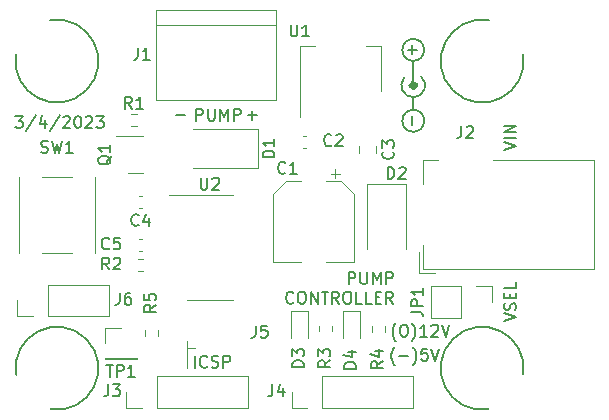
<source format=gbr>
%TF.GenerationSoftware,KiCad,Pcbnew,(7.0.0)*%
%TF.CreationDate,2023-03-04T14:16:48-06:00*%
%TF.ProjectId,pic16-pump-controller,70696331-362d-4707-956d-702d636f6e74,rev?*%
%TF.SameCoordinates,Original*%
%TF.FileFunction,Legend,Top*%
%TF.FilePolarity,Positive*%
%FSLAX46Y46*%
G04 Gerber Fmt 4.6, Leading zero omitted, Abs format (unit mm)*
G04 Created by KiCad (PCBNEW (7.0.0)) date 2023-03-04 14:16:48*
%MOMM*%
%LPD*%
G01*
G04 APERTURE LIST*
%ADD10C,0.150000*%
%ADD11C,0.120000*%
%ADD12C,0.500000*%
G04 APERTURE END LIST*
D10*
X110607409Y-112736133D02*
X110559790Y-112688514D01*
X110559790Y-112688514D02*
X110464552Y-112545657D01*
X110464552Y-112545657D02*
X110416933Y-112450419D01*
X110416933Y-112450419D02*
X110369314Y-112307561D01*
X110369314Y-112307561D02*
X110321695Y-112069466D01*
X110321695Y-112069466D02*
X110321695Y-111878990D01*
X110321695Y-111878990D02*
X110369314Y-111640895D01*
X110369314Y-111640895D02*
X110416933Y-111498038D01*
X110416933Y-111498038D02*
X110464552Y-111402800D01*
X110464552Y-111402800D02*
X110559790Y-111259942D01*
X110559790Y-111259942D02*
X110607409Y-111212323D01*
X110988362Y-111974228D02*
X111750267Y-111974228D01*
X112131219Y-112736133D02*
X112178838Y-112688514D01*
X112178838Y-112688514D02*
X112274076Y-112545657D01*
X112274076Y-112545657D02*
X112321695Y-112450419D01*
X112321695Y-112450419D02*
X112369314Y-112307561D01*
X112369314Y-112307561D02*
X112416933Y-112069466D01*
X112416933Y-112069466D02*
X112416933Y-111878990D01*
X112416933Y-111878990D02*
X112369314Y-111640895D01*
X112369314Y-111640895D02*
X112321695Y-111498038D01*
X112321695Y-111498038D02*
X112274076Y-111402800D01*
X112274076Y-111402800D02*
X112178838Y-111259942D01*
X112178838Y-111259942D02*
X112131219Y-111212323D01*
X113369314Y-111355180D02*
X112893124Y-111355180D01*
X112893124Y-111355180D02*
X112845505Y-111831371D01*
X112845505Y-111831371D02*
X112893124Y-111783752D01*
X112893124Y-111783752D02*
X112988362Y-111736133D01*
X112988362Y-111736133D02*
X113226457Y-111736133D01*
X113226457Y-111736133D02*
X113321695Y-111783752D01*
X113321695Y-111783752D02*
X113369314Y-111831371D01*
X113369314Y-111831371D02*
X113416933Y-111926609D01*
X113416933Y-111926609D02*
X113416933Y-112164704D01*
X113416933Y-112164704D02*
X113369314Y-112259942D01*
X113369314Y-112259942D02*
X113321695Y-112307561D01*
X113321695Y-112307561D02*
X113226457Y-112355180D01*
X113226457Y-112355180D02*
X112988362Y-112355180D01*
X112988362Y-112355180D02*
X112893124Y-112307561D01*
X112893124Y-112307561D02*
X112845505Y-112259942D01*
X113702648Y-111355180D02*
X114035981Y-112355180D01*
X114035981Y-112355180D02*
X114369314Y-111355180D01*
X110709009Y-110704133D02*
X110661390Y-110656514D01*
X110661390Y-110656514D02*
X110566152Y-110513657D01*
X110566152Y-110513657D02*
X110518533Y-110418419D01*
X110518533Y-110418419D02*
X110470914Y-110275561D01*
X110470914Y-110275561D02*
X110423295Y-110037466D01*
X110423295Y-110037466D02*
X110423295Y-109846990D01*
X110423295Y-109846990D02*
X110470914Y-109608895D01*
X110470914Y-109608895D02*
X110518533Y-109466038D01*
X110518533Y-109466038D02*
X110566152Y-109370800D01*
X110566152Y-109370800D02*
X110661390Y-109227942D01*
X110661390Y-109227942D02*
X110709009Y-109180323D01*
X111280438Y-109323180D02*
X111470914Y-109323180D01*
X111470914Y-109323180D02*
X111566152Y-109370800D01*
X111566152Y-109370800D02*
X111661390Y-109466038D01*
X111661390Y-109466038D02*
X111709009Y-109656514D01*
X111709009Y-109656514D02*
X111709009Y-109989847D01*
X111709009Y-109989847D02*
X111661390Y-110180323D01*
X111661390Y-110180323D02*
X111566152Y-110275561D01*
X111566152Y-110275561D02*
X111470914Y-110323180D01*
X111470914Y-110323180D02*
X111280438Y-110323180D01*
X111280438Y-110323180D02*
X111185200Y-110275561D01*
X111185200Y-110275561D02*
X111089962Y-110180323D01*
X111089962Y-110180323D02*
X111042343Y-109989847D01*
X111042343Y-109989847D02*
X111042343Y-109656514D01*
X111042343Y-109656514D02*
X111089962Y-109466038D01*
X111089962Y-109466038D02*
X111185200Y-109370800D01*
X111185200Y-109370800D02*
X111280438Y-109323180D01*
X112042343Y-110704133D02*
X112089962Y-110656514D01*
X112089962Y-110656514D02*
X112185200Y-110513657D01*
X112185200Y-110513657D02*
X112232819Y-110418419D01*
X112232819Y-110418419D02*
X112280438Y-110275561D01*
X112280438Y-110275561D02*
X112328057Y-110037466D01*
X112328057Y-110037466D02*
X112328057Y-109846990D01*
X112328057Y-109846990D02*
X112280438Y-109608895D01*
X112280438Y-109608895D02*
X112232819Y-109466038D01*
X112232819Y-109466038D02*
X112185200Y-109370800D01*
X112185200Y-109370800D02*
X112089962Y-109227942D01*
X112089962Y-109227942D02*
X112042343Y-109180323D01*
X113328057Y-110323180D02*
X112756629Y-110323180D01*
X113042343Y-110323180D02*
X113042343Y-109323180D01*
X113042343Y-109323180D02*
X112947105Y-109466038D01*
X112947105Y-109466038D02*
X112851867Y-109561276D01*
X112851867Y-109561276D02*
X112756629Y-109608895D01*
X113709010Y-109418419D02*
X113756629Y-109370800D01*
X113756629Y-109370800D02*
X113851867Y-109323180D01*
X113851867Y-109323180D02*
X114089962Y-109323180D01*
X114089962Y-109323180D02*
X114185200Y-109370800D01*
X114185200Y-109370800D02*
X114232819Y-109418419D01*
X114232819Y-109418419D02*
X114280438Y-109513657D01*
X114280438Y-109513657D02*
X114280438Y-109608895D01*
X114280438Y-109608895D02*
X114232819Y-109751752D01*
X114232819Y-109751752D02*
X113661391Y-110323180D01*
X113661391Y-110323180D02*
X114280438Y-110323180D01*
X114566153Y-109323180D02*
X114899486Y-110323180D01*
X114899486Y-110323180D02*
X115232819Y-109323180D01*
X119867380Y-109023161D02*
X120867380Y-108689828D01*
X120867380Y-108689828D02*
X119867380Y-108356495D01*
X120819761Y-108070780D02*
X120867380Y-107927923D01*
X120867380Y-107927923D02*
X120867380Y-107689828D01*
X120867380Y-107689828D02*
X120819761Y-107594590D01*
X120819761Y-107594590D02*
X120772142Y-107546971D01*
X120772142Y-107546971D02*
X120676904Y-107499352D01*
X120676904Y-107499352D02*
X120581666Y-107499352D01*
X120581666Y-107499352D02*
X120486428Y-107546971D01*
X120486428Y-107546971D02*
X120438809Y-107594590D01*
X120438809Y-107594590D02*
X120391190Y-107689828D01*
X120391190Y-107689828D02*
X120343571Y-107880304D01*
X120343571Y-107880304D02*
X120295952Y-107975542D01*
X120295952Y-107975542D02*
X120248333Y-108023161D01*
X120248333Y-108023161D02*
X120153095Y-108070780D01*
X120153095Y-108070780D02*
X120057857Y-108070780D01*
X120057857Y-108070780D02*
X119962619Y-108023161D01*
X119962619Y-108023161D02*
X119915000Y-107975542D01*
X119915000Y-107975542D02*
X119867380Y-107880304D01*
X119867380Y-107880304D02*
X119867380Y-107642209D01*
X119867380Y-107642209D02*
X119915000Y-107499352D01*
X120343571Y-107070780D02*
X120343571Y-106737447D01*
X120867380Y-106594590D02*
X120867380Y-107070780D01*
X120867380Y-107070780D02*
X119867380Y-107070780D01*
X119867380Y-107070780D02*
X119867380Y-106594590D01*
X120867380Y-105689828D02*
X120867380Y-106166018D01*
X120867380Y-106166018D02*
X119867380Y-106166018D01*
X102023351Y-107433942D02*
X101975732Y-107481561D01*
X101975732Y-107481561D02*
X101832875Y-107529180D01*
X101832875Y-107529180D02*
X101737637Y-107529180D01*
X101737637Y-107529180D02*
X101594780Y-107481561D01*
X101594780Y-107481561D02*
X101499542Y-107386323D01*
X101499542Y-107386323D02*
X101451923Y-107291085D01*
X101451923Y-107291085D02*
X101404304Y-107100609D01*
X101404304Y-107100609D02*
X101404304Y-106957752D01*
X101404304Y-106957752D02*
X101451923Y-106767276D01*
X101451923Y-106767276D02*
X101499542Y-106672038D01*
X101499542Y-106672038D02*
X101594780Y-106576800D01*
X101594780Y-106576800D02*
X101737637Y-106529180D01*
X101737637Y-106529180D02*
X101832875Y-106529180D01*
X101832875Y-106529180D02*
X101975732Y-106576800D01*
X101975732Y-106576800D02*
X102023351Y-106624419D01*
X102642399Y-106529180D02*
X102832875Y-106529180D01*
X102832875Y-106529180D02*
X102928113Y-106576800D01*
X102928113Y-106576800D02*
X103023351Y-106672038D01*
X103023351Y-106672038D02*
X103070970Y-106862514D01*
X103070970Y-106862514D02*
X103070970Y-107195847D01*
X103070970Y-107195847D02*
X103023351Y-107386323D01*
X103023351Y-107386323D02*
X102928113Y-107481561D01*
X102928113Y-107481561D02*
X102832875Y-107529180D01*
X102832875Y-107529180D02*
X102642399Y-107529180D01*
X102642399Y-107529180D02*
X102547161Y-107481561D01*
X102547161Y-107481561D02*
X102451923Y-107386323D01*
X102451923Y-107386323D02*
X102404304Y-107195847D01*
X102404304Y-107195847D02*
X102404304Y-106862514D01*
X102404304Y-106862514D02*
X102451923Y-106672038D01*
X102451923Y-106672038D02*
X102547161Y-106576800D01*
X102547161Y-106576800D02*
X102642399Y-106529180D01*
X103499542Y-107529180D02*
X103499542Y-106529180D01*
X103499542Y-106529180D02*
X104070970Y-107529180D01*
X104070970Y-107529180D02*
X104070970Y-106529180D01*
X104404304Y-106529180D02*
X104975732Y-106529180D01*
X104690018Y-107529180D02*
X104690018Y-106529180D01*
X105880494Y-107529180D02*
X105547161Y-107052990D01*
X105309066Y-107529180D02*
X105309066Y-106529180D01*
X105309066Y-106529180D02*
X105690018Y-106529180D01*
X105690018Y-106529180D02*
X105785256Y-106576800D01*
X105785256Y-106576800D02*
X105832875Y-106624419D01*
X105832875Y-106624419D02*
X105880494Y-106719657D01*
X105880494Y-106719657D02*
X105880494Y-106862514D01*
X105880494Y-106862514D02*
X105832875Y-106957752D01*
X105832875Y-106957752D02*
X105785256Y-107005371D01*
X105785256Y-107005371D02*
X105690018Y-107052990D01*
X105690018Y-107052990D02*
X105309066Y-107052990D01*
X106499542Y-106529180D02*
X106690018Y-106529180D01*
X106690018Y-106529180D02*
X106785256Y-106576800D01*
X106785256Y-106576800D02*
X106880494Y-106672038D01*
X106880494Y-106672038D02*
X106928113Y-106862514D01*
X106928113Y-106862514D02*
X106928113Y-107195847D01*
X106928113Y-107195847D02*
X106880494Y-107386323D01*
X106880494Y-107386323D02*
X106785256Y-107481561D01*
X106785256Y-107481561D02*
X106690018Y-107529180D01*
X106690018Y-107529180D02*
X106499542Y-107529180D01*
X106499542Y-107529180D02*
X106404304Y-107481561D01*
X106404304Y-107481561D02*
X106309066Y-107386323D01*
X106309066Y-107386323D02*
X106261447Y-107195847D01*
X106261447Y-107195847D02*
X106261447Y-106862514D01*
X106261447Y-106862514D02*
X106309066Y-106672038D01*
X106309066Y-106672038D02*
X106404304Y-106576800D01*
X106404304Y-106576800D02*
X106499542Y-106529180D01*
X107832875Y-107529180D02*
X107356685Y-107529180D01*
X107356685Y-107529180D02*
X107356685Y-106529180D01*
X108642399Y-107529180D02*
X108166209Y-107529180D01*
X108166209Y-107529180D02*
X108166209Y-106529180D01*
X108975733Y-107005371D02*
X109309066Y-107005371D01*
X109451923Y-107529180D02*
X108975733Y-107529180D01*
X108975733Y-107529180D02*
X108975733Y-106529180D01*
X108975733Y-106529180D02*
X109451923Y-106529180D01*
X110451923Y-107529180D02*
X110118590Y-107052990D01*
X109880495Y-107529180D02*
X109880495Y-106529180D01*
X109880495Y-106529180D02*
X110261447Y-106529180D01*
X110261447Y-106529180D02*
X110356685Y-106576800D01*
X110356685Y-106576800D02*
X110404304Y-106624419D01*
X110404304Y-106624419D02*
X110451923Y-106719657D01*
X110451923Y-106719657D02*
X110451923Y-106862514D01*
X110451923Y-106862514D02*
X110404304Y-106957752D01*
X110404304Y-106957752D02*
X110356685Y-107005371D01*
X110356685Y-107005371D02*
X110261447Y-107052990D01*
X110261447Y-107052990D02*
X109880495Y-107052990D01*
D11*
X93040200Y-111302800D02*
X93040200Y-112979200D01*
D10*
X93799257Y-92035180D02*
X93799257Y-91035180D01*
X93799257Y-91035180D02*
X94180209Y-91035180D01*
X94180209Y-91035180D02*
X94275447Y-91082800D01*
X94275447Y-91082800D02*
X94323066Y-91130419D01*
X94323066Y-91130419D02*
X94370685Y-91225657D01*
X94370685Y-91225657D02*
X94370685Y-91368514D01*
X94370685Y-91368514D02*
X94323066Y-91463752D01*
X94323066Y-91463752D02*
X94275447Y-91511371D01*
X94275447Y-91511371D02*
X94180209Y-91558990D01*
X94180209Y-91558990D02*
X93799257Y-91558990D01*
X94799257Y-91035180D02*
X94799257Y-91844704D01*
X94799257Y-91844704D02*
X94846876Y-91939942D01*
X94846876Y-91939942D02*
X94894495Y-91987561D01*
X94894495Y-91987561D02*
X94989733Y-92035180D01*
X94989733Y-92035180D02*
X95180209Y-92035180D01*
X95180209Y-92035180D02*
X95275447Y-91987561D01*
X95275447Y-91987561D02*
X95323066Y-91939942D01*
X95323066Y-91939942D02*
X95370685Y-91844704D01*
X95370685Y-91844704D02*
X95370685Y-91035180D01*
X95846876Y-92035180D02*
X95846876Y-91035180D01*
X95846876Y-91035180D02*
X96180209Y-91749466D01*
X96180209Y-91749466D02*
X96513542Y-91035180D01*
X96513542Y-91035180D02*
X96513542Y-92035180D01*
X96989733Y-92035180D02*
X96989733Y-91035180D01*
X96989733Y-91035180D02*
X97370685Y-91035180D01*
X97370685Y-91035180D02*
X97465923Y-91082800D01*
X97465923Y-91082800D02*
X97513542Y-91130419D01*
X97513542Y-91130419D02*
X97561161Y-91225657D01*
X97561161Y-91225657D02*
X97561161Y-91368514D01*
X97561161Y-91368514D02*
X97513542Y-91463752D01*
X97513542Y-91463752D02*
X97465923Y-91511371D01*
X97465923Y-91511371D02*
X97370685Y-91558990D01*
X97370685Y-91558990D02*
X96989733Y-91558990D01*
X78483295Y-91644780D02*
X79102342Y-91644780D01*
X79102342Y-91644780D02*
X78769009Y-92025733D01*
X78769009Y-92025733D02*
X78911866Y-92025733D01*
X78911866Y-92025733D02*
X79007104Y-92073352D01*
X79007104Y-92073352D02*
X79054723Y-92120971D01*
X79054723Y-92120971D02*
X79102342Y-92216209D01*
X79102342Y-92216209D02*
X79102342Y-92454304D01*
X79102342Y-92454304D02*
X79054723Y-92549542D01*
X79054723Y-92549542D02*
X79007104Y-92597161D01*
X79007104Y-92597161D02*
X78911866Y-92644780D01*
X78911866Y-92644780D02*
X78626152Y-92644780D01*
X78626152Y-92644780D02*
X78530914Y-92597161D01*
X78530914Y-92597161D02*
X78483295Y-92549542D01*
X80245199Y-91597161D02*
X79388057Y-92882876D01*
X81007104Y-91978114D02*
X81007104Y-92644780D01*
X80769009Y-91597161D02*
X80530914Y-92311447D01*
X80530914Y-92311447D02*
X81149961Y-92311447D01*
X82245199Y-91597161D02*
X81388057Y-92882876D01*
X82530914Y-91740019D02*
X82578533Y-91692400D01*
X82578533Y-91692400D02*
X82673771Y-91644780D01*
X82673771Y-91644780D02*
X82911866Y-91644780D01*
X82911866Y-91644780D02*
X83007104Y-91692400D01*
X83007104Y-91692400D02*
X83054723Y-91740019D01*
X83054723Y-91740019D02*
X83102342Y-91835257D01*
X83102342Y-91835257D02*
X83102342Y-91930495D01*
X83102342Y-91930495D02*
X83054723Y-92073352D01*
X83054723Y-92073352D02*
X82483295Y-92644780D01*
X82483295Y-92644780D02*
X83102342Y-92644780D01*
X83721390Y-91644780D02*
X83816628Y-91644780D01*
X83816628Y-91644780D02*
X83911866Y-91692400D01*
X83911866Y-91692400D02*
X83959485Y-91740019D01*
X83959485Y-91740019D02*
X84007104Y-91835257D01*
X84007104Y-91835257D02*
X84054723Y-92025733D01*
X84054723Y-92025733D02*
X84054723Y-92263828D01*
X84054723Y-92263828D02*
X84007104Y-92454304D01*
X84007104Y-92454304D02*
X83959485Y-92549542D01*
X83959485Y-92549542D02*
X83911866Y-92597161D01*
X83911866Y-92597161D02*
X83816628Y-92644780D01*
X83816628Y-92644780D02*
X83721390Y-92644780D01*
X83721390Y-92644780D02*
X83626152Y-92597161D01*
X83626152Y-92597161D02*
X83578533Y-92549542D01*
X83578533Y-92549542D02*
X83530914Y-92454304D01*
X83530914Y-92454304D02*
X83483295Y-92263828D01*
X83483295Y-92263828D02*
X83483295Y-92025733D01*
X83483295Y-92025733D02*
X83530914Y-91835257D01*
X83530914Y-91835257D02*
X83578533Y-91740019D01*
X83578533Y-91740019D02*
X83626152Y-91692400D01*
X83626152Y-91692400D02*
X83721390Y-91644780D01*
X84435676Y-91740019D02*
X84483295Y-91692400D01*
X84483295Y-91692400D02*
X84578533Y-91644780D01*
X84578533Y-91644780D02*
X84816628Y-91644780D01*
X84816628Y-91644780D02*
X84911866Y-91692400D01*
X84911866Y-91692400D02*
X84959485Y-91740019D01*
X84959485Y-91740019D02*
X85007104Y-91835257D01*
X85007104Y-91835257D02*
X85007104Y-91930495D01*
X85007104Y-91930495D02*
X84959485Y-92073352D01*
X84959485Y-92073352D02*
X84388057Y-92644780D01*
X84388057Y-92644780D02*
X85007104Y-92644780D01*
X85340438Y-91644780D02*
X85959485Y-91644780D01*
X85959485Y-91644780D02*
X85626152Y-92025733D01*
X85626152Y-92025733D02*
X85769009Y-92025733D01*
X85769009Y-92025733D02*
X85864247Y-92073352D01*
X85864247Y-92073352D02*
X85911866Y-92120971D01*
X85911866Y-92120971D02*
X85959485Y-92216209D01*
X85959485Y-92216209D02*
X85959485Y-92454304D01*
X85959485Y-92454304D02*
X85911866Y-92549542D01*
X85911866Y-92549542D02*
X85864247Y-92597161D01*
X85864247Y-92597161D02*
X85769009Y-92644780D01*
X85769009Y-92644780D02*
X85483295Y-92644780D01*
X85483295Y-92644780D02*
X85388057Y-92597161D01*
X85388057Y-92597161D02*
X85340438Y-92549542D01*
X118563294Y-83539896D02*
G75*
G03*
X121459400Y-86432400I-563294J-3460104D01*
G01*
X121460104Y-113563294D02*
G75*
G03*
X118567600Y-116459400I-3460104J563294D01*
G01*
X81436706Y-116460104D02*
G75*
G03*
X78540600Y-113567600I563294J3460104D01*
G01*
X78539896Y-86436706D02*
G75*
G03*
X81432400Y-83540600I3460104J-563294D01*
G01*
X98159048Y-91586428D02*
X98920953Y-91586428D01*
X98540000Y-91967380D02*
X98540000Y-91205476D01*
X92079048Y-91586428D02*
X92840953Y-91586428D01*
X106690019Y-105852780D02*
X106690019Y-104852780D01*
X106690019Y-104852780D02*
X107070971Y-104852780D01*
X107070971Y-104852780D02*
X107166209Y-104900400D01*
X107166209Y-104900400D02*
X107213828Y-104948019D01*
X107213828Y-104948019D02*
X107261447Y-105043257D01*
X107261447Y-105043257D02*
X107261447Y-105186114D01*
X107261447Y-105186114D02*
X107213828Y-105281352D01*
X107213828Y-105281352D02*
X107166209Y-105328971D01*
X107166209Y-105328971D02*
X107070971Y-105376590D01*
X107070971Y-105376590D02*
X106690019Y-105376590D01*
X107690019Y-104852780D02*
X107690019Y-105662304D01*
X107690019Y-105662304D02*
X107737638Y-105757542D01*
X107737638Y-105757542D02*
X107785257Y-105805161D01*
X107785257Y-105805161D02*
X107880495Y-105852780D01*
X107880495Y-105852780D02*
X108070971Y-105852780D01*
X108070971Y-105852780D02*
X108166209Y-105805161D01*
X108166209Y-105805161D02*
X108213828Y-105757542D01*
X108213828Y-105757542D02*
X108261447Y-105662304D01*
X108261447Y-105662304D02*
X108261447Y-104852780D01*
X108737638Y-105852780D02*
X108737638Y-104852780D01*
X108737638Y-104852780D02*
X109070971Y-105567066D01*
X109070971Y-105567066D02*
X109404304Y-104852780D01*
X109404304Y-104852780D02*
X109404304Y-105852780D01*
X109880495Y-105852780D02*
X109880495Y-104852780D01*
X109880495Y-104852780D02*
X110261447Y-104852780D01*
X110261447Y-104852780D02*
X110356685Y-104900400D01*
X110356685Y-104900400D02*
X110404304Y-104948019D01*
X110404304Y-104948019D02*
X110451923Y-105043257D01*
X110451923Y-105043257D02*
X110451923Y-105186114D01*
X110451923Y-105186114D02*
X110404304Y-105281352D01*
X110404304Y-105281352D02*
X110356685Y-105328971D01*
X110356685Y-105328971D02*
X110261447Y-105376590D01*
X110261447Y-105376590D02*
X109880495Y-105376590D01*
%TO.C,TP1*%
X86164895Y-112702180D02*
X86736323Y-112702180D01*
X86450609Y-113702180D02*
X86450609Y-112702180D01*
X87069657Y-113702180D02*
X87069657Y-112702180D01*
X87069657Y-112702180D02*
X87450609Y-112702180D01*
X87450609Y-112702180D02*
X87545847Y-112749800D01*
X87545847Y-112749800D02*
X87593466Y-112797419D01*
X87593466Y-112797419D02*
X87641085Y-112892657D01*
X87641085Y-112892657D02*
X87641085Y-113035514D01*
X87641085Y-113035514D02*
X87593466Y-113130752D01*
X87593466Y-113130752D02*
X87545847Y-113178371D01*
X87545847Y-113178371D02*
X87450609Y-113225990D01*
X87450609Y-113225990D02*
X87069657Y-113225990D01*
X88593466Y-113702180D02*
X88022038Y-113702180D01*
X88307752Y-113702180D02*
X88307752Y-112702180D01*
X88307752Y-112702180D02*
X88212514Y-112845038D01*
X88212514Y-112845038D02*
X88117276Y-112940276D01*
X88117276Y-112940276D02*
X88022038Y-112987895D01*
%TO.C,REF\u002A\u002A*%
X112077828Y-86433351D02*
X112077828Y-85671447D01*
X112458780Y-86052399D02*
X111696876Y-86052399D01*
X112077828Y-92433351D02*
X112077828Y-91671447D01*
%TO.C,JP1*%
X111990980Y-108224533D02*
X112705266Y-108224533D01*
X112705266Y-108224533D02*
X112848123Y-108272152D01*
X112848123Y-108272152D02*
X112943361Y-108367390D01*
X112943361Y-108367390D02*
X112990980Y-108510247D01*
X112990980Y-108510247D02*
X112990980Y-108605485D01*
X112990980Y-107748342D02*
X111990980Y-107748342D01*
X111990980Y-107748342D02*
X111990980Y-107367390D01*
X111990980Y-107367390D02*
X112038600Y-107272152D01*
X112038600Y-107272152D02*
X112086219Y-107224533D01*
X112086219Y-107224533D02*
X112181457Y-107176914D01*
X112181457Y-107176914D02*
X112324314Y-107176914D01*
X112324314Y-107176914D02*
X112419552Y-107224533D01*
X112419552Y-107224533D02*
X112467171Y-107272152D01*
X112467171Y-107272152D02*
X112514790Y-107367390D01*
X112514790Y-107367390D02*
X112514790Y-107748342D01*
X112990980Y-106224533D02*
X112990980Y-106795961D01*
X112990980Y-106510247D02*
X111990980Y-106510247D01*
X111990980Y-106510247D02*
X112133838Y-106605485D01*
X112133838Y-106605485D02*
X112229076Y-106700723D01*
X112229076Y-106700723D02*
X112276695Y-106795961D01*
%TO.C,J6*%
X87297466Y-106617380D02*
X87297466Y-107331666D01*
X87297466Y-107331666D02*
X87249847Y-107474523D01*
X87249847Y-107474523D02*
X87154609Y-107569761D01*
X87154609Y-107569761D02*
X87011752Y-107617380D01*
X87011752Y-107617380D02*
X86916514Y-107617380D01*
X88202228Y-106617380D02*
X88011752Y-106617380D01*
X88011752Y-106617380D02*
X87916514Y-106665000D01*
X87916514Y-106665000D02*
X87868895Y-106712619D01*
X87868895Y-106712619D02*
X87773657Y-106855476D01*
X87773657Y-106855476D02*
X87726038Y-107045952D01*
X87726038Y-107045952D02*
X87726038Y-107426904D01*
X87726038Y-107426904D02*
X87773657Y-107522142D01*
X87773657Y-107522142D02*
X87821276Y-107569761D01*
X87821276Y-107569761D02*
X87916514Y-107617380D01*
X87916514Y-107617380D02*
X88106990Y-107617380D01*
X88106990Y-107617380D02*
X88202228Y-107569761D01*
X88202228Y-107569761D02*
X88249847Y-107522142D01*
X88249847Y-107522142D02*
X88297466Y-107426904D01*
X88297466Y-107426904D02*
X88297466Y-107188809D01*
X88297466Y-107188809D02*
X88249847Y-107093571D01*
X88249847Y-107093571D02*
X88202228Y-107045952D01*
X88202228Y-107045952D02*
X88106990Y-106998333D01*
X88106990Y-106998333D02*
X87916514Y-106998333D01*
X87916514Y-106998333D02*
X87821276Y-107045952D01*
X87821276Y-107045952D02*
X87773657Y-107093571D01*
X87773657Y-107093571D02*
X87726038Y-107188809D01*
%TO.C,J4*%
X100250666Y-114367380D02*
X100250666Y-115081666D01*
X100250666Y-115081666D02*
X100203047Y-115224523D01*
X100203047Y-115224523D02*
X100107809Y-115319761D01*
X100107809Y-115319761D02*
X99964952Y-115367380D01*
X99964952Y-115367380D02*
X99869714Y-115367380D01*
X101155428Y-114700714D02*
X101155428Y-115367380D01*
X100917333Y-114319761D02*
X100679238Y-115034047D01*
X100679238Y-115034047D02*
X101298285Y-115034047D01*
%TO.C,J3*%
X86331466Y-114367380D02*
X86331466Y-115081666D01*
X86331466Y-115081666D02*
X86283847Y-115224523D01*
X86283847Y-115224523D02*
X86188609Y-115319761D01*
X86188609Y-115319761D02*
X86045752Y-115367380D01*
X86045752Y-115367380D02*
X85950514Y-115367380D01*
X86712419Y-114367380D02*
X87331466Y-114367380D01*
X87331466Y-114367380D02*
X86998133Y-114748333D01*
X86998133Y-114748333D02*
X87140990Y-114748333D01*
X87140990Y-114748333D02*
X87236228Y-114795952D01*
X87236228Y-114795952D02*
X87283847Y-114843571D01*
X87283847Y-114843571D02*
X87331466Y-114938809D01*
X87331466Y-114938809D02*
X87331466Y-115176904D01*
X87331466Y-115176904D02*
X87283847Y-115272142D01*
X87283847Y-115272142D02*
X87236228Y-115319761D01*
X87236228Y-115319761D02*
X87140990Y-115367380D01*
X87140990Y-115367380D02*
X86855276Y-115367380D01*
X86855276Y-115367380D02*
X86760038Y-115319761D01*
X86760038Y-115319761D02*
X86712419Y-115272142D01*
%TO.C,C1*%
X101331733Y-96436542D02*
X101284114Y-96484161D01*
X101284114Y-96484161D02*
X101141257Y-96531780D01*
X101141257Y-96531780D02*
X101046019Y-96531780D01*
X101046019Y-96531780D02*
X100903162Y-96484161D01*
X100903162Y-96484161D02*
X100807924Y-96388923D01*
X100807924Y-96388923D02*
X100760305Y-96293685D01*
X100760305Y-96293685D02*
X100712686Y-96103209D01*
X100712686Y-96103209D02*
X100712686Y-95960352D01*
X100712686Y-95960352D02*
X100760305Y-95769876D01*
X100760305Y-95769876D02*
X100807924Y-95674638D01*
X100807924Y-95674638D02*
X100903162Y-95579400D01*
X100903162Y-95579400D02*
X101046019Y-95531780D01*
X101046019Y-95531780D02*
X101141257Y-95531780D01*
X101141257Y-95531780D02*
X101284114Y-95579400D01*
X101284114Y-95579400D02*
X101331733Y-95627019D01*
X102284114Y-96531780D02*
X101712686Y-96531780D01*
X101998400Y-96531780D02*
X101998400Y-95531780D01*
X101998400Y-95531780D02*
X101903162Y-95674638D01*
X101903162Y-95674638D02*
X101807924Y-95769876D01*
X101807924Y-95769876D02*
X101712686Y-95817495D01*
%TO.C,D1*%
X100413980Y-95149894D02*
X99413980Y-95149894D01*
X99413980Y-95149894D02*
X99413980Y-94911799D01*
X99413980Y-94911799D02*
X99461600Y-94768942D01*
X99461600Y-94768942D02*
X99556838Y-94673704D01*
X99556838Y-94673704D02*
X99652076Y-94626085D01*
X99652076Y-94626085D02*
X99842552Y-94578466D01*
X99842552Y-94578466D02*
X99985409Y-94578466D01*
X99985409Y-94578466D02*
X100175885Y-94626085D01*
X100175885Y-94626085D02*
X100271123Y-94673704D01*
X100271123Y-94673704D02*
X100366361Y-94768942D01*
X100366361Y-94768942D02*
X100413980Y-94911799D01*
X100413980Y-94911799D02*
X100413980Y-95149894D01*
X100413980Y-93626085D02*
X100413980Y-94197513D01*
X100413980Y-93911799D02*
X99413980Y-93911799D01*
X99413980Y-93911799D02*
X99556838Y-94007037D01*
X99556838Y-94007037D02*
X99652076Y-94102275D01*
X99652076Y-94102275D02*
X99699695Y-94197513D01*
%TO.C,C4*%
X88911133Y-100856142D02*
X88863514Y-100903761D01*
X88863514Y-100903761D02*
X88720657Y-100951380D01*
X88720657Y-100951380D02*
X88625419Y-100951380D01*
X88625419Y-100951380D02*
X88482562Y-100903761D01*
X88482562Y-100903761D02*
X88387324Y-100808523D01*
X88387324Y-100808523D02*
X88339705Y-100713285D01*
X88339705Y-100713285D02*
X88292086Y-100522809D01*
X88292086Y-100522809D02*
X88292086Y-100379952D01*
X88292086Y-100379952D02*
X88339705Y-100189476D01*
X88339705Y-100189476D02*
X88387324Y-100094238D01*
X88387324Y-100094238D02*
X88482562Y-99999000D01*
X88482562Y-99999000D02*
X88625419Y-99951380D01*
X88625419Y-99951380D02*
X88720657Y-99951380D01*
X88720657Y-99951380D02*
X88863514Y-99999000D01*
X88863514Y-99999000D02*
X88911133Y-100046619D01*
X89768276Y-100284714D02*
X89768276Y-100951380D01*
X89530181Y-99903761D02*
X89292086Y-100618047D01*
X89292086Y-100618047D02*
X89911133Y-100618047D01*
%TO.C,R5*%
X90384980Y-107634066D02*
X89908790Y-107967399D01*
X90384980Y-108205494D02*
X89384980Y-108205494D01*
X89384980Y-108205494D02*
X89384980Y-107824542D01*
X89384980Y-107824542D02*
X89432600Y-107729304D01*
X89432600Y-107729304D02*
X89480219Y-107681685D01*
X89480219Y-107681685D02*
X89575457Y-107634066D01*
X89575457Y-107634066D02*
X89718314Y-107634066D01*
X89718314Y-107634066D02*
X89813552Y-107681685D01*
X89813552Y-107681685D02*
X89861171Y-107729304D01*
X89861171Y-107729304D02*
X89908790Y-107824542D01*
X89908790Y-107824542D02*
X89908790Y-108205494D01*
X89384980Y-106729304D02*
X89384980Y-107205494D01*
X89384980Y-107205494D02*
X89861171Y-107253113D01*
X89861171Y-107253113D02*
X89813552Y-107205494D01*
X89813552Y-107205494D02*
X89765933Y-107110256D01*
X89765933Y-107110256D02*
X89765933Y-106872161D01*
X89765933Y-106872161D02*
X89813552Y-106776923D01*
X89813552Y-106776923D02*
X89861171Y-106729304D01*
X89861171Y-106729304D02*
X89956409Y-106681685D01*
X89956409Y-106681685D02*
X90194504Y-106681685D01*
X90194504Y-106681685D02*
X90289742Y-106729304D01*
X90289742Y-106729304D02*
X90337361Y-106776923D01*
X90337361Y-106776923D02*
X90384980Y-106872161D01*
X90384980Y-106872161D02*
X90384980Y-107110256D01*
X90384980Y-107110256D02*
X90337361Y-107205494D01*
X90337361Y-107205494D02*
X90289742Y-107253113D01*
%TO.C,R2*%
X86421933Y-104634380D02*
X86088600Y-104158190D01*
X85850505Y-104634380D02*
X85850505Y-103634380D01*
X85850505Y-103634380D02*
X86231457Y-103634380D01*
X86231457Y-103634380D02*
X86326695Y-103682000D01*
X86326695Y-103682000D02*
X86374314Y-103729619D01*
X86374314Y-103729619D02*
X86421933Y-103824857D01*
X86421933Y-103824857D02*
X86421933Y-103967714D01*
X86421933Y-103967714D02*
X86374314Y-104062952D01*
X86374314Y-104062952D02*
X86326695Y-104110571D01*
X86326695Y-104110571D02*
X86231457Y-104158190D01*
X86231457Y-104158190D02*
X85850505Y-104158190D01*
X86802886Y-103729619D02*
X86850505Y-103682000D01*
X86850505Y-103682000D02*
X86945743Y-103634380D01*
X86945743Y-103634380D02*
X87183838Y-103634380D01*
X87183838Y-103634380D02*
X87279076Y-103682000D01*
X87279076Y-103682000D02*
X87326695Y-103729619D01*
X87326695Y-103729619D02*
X87374314Y-103824857D01*
X87374314Y-103824857D02*
X87374314Y-103920095D01*
X87374314Y-103920095D02*
X87326695Y-104062952D01*
X87326695Y-104062952D02*
X86755267Y-104634380D01*
X86755267Y-104634380D02*
X87374314Y-104634380D01*
%TO.C,C3*%
X110445942Y-94654666D02*
X110493561Y-94702285D01*
X110493561Y-94702285D02*
X110541180Y-94845142D01*
X110541180Y-94845142D02*
X110541180Y-94940380D01*
X110541180Y-94940380D02*
X110493561Y-95083237D01*
X110493561Y-95083237D02*
X110398323Y-95178475D01*
X110398323Y-95178475D02*
X110303085Y-95226094D01*
X110303085Y-95226094D02*
X110112609Y-95273713D01*
X110112609Y-95273713D02*
X109969752Y-95273713D01*
X109969752Y-95273713D02*
X109779276Y-95226094D01*
X109779276Y-95226094D02*
X109684038Y-95178475D01*
X109684038Y-95178475D02*
X109588800Y-95083237D01*
X109588800Y-95083237D02*
X109541180Y-94940380D01*
X109541180Y-94940380D02*
X109541180Y-94845142D01*
X109541180Y-94845142D02*
X109588800Y-94702285D01*
X109588800Y-94702285D02*
X109636419Y-94654666D01*
X109541180Y-94321332D02*
X109541180Y-93702285D01*
X109541180Y-93702285D02*
X109922133Y-94035618D01*
X109922133Y-94035618D02*
X109922133Y-93892761D01*
X109922133Y-93892761D02*
X109969752Y-93797523D01*
X109969752Y-93797523D02*
X110017371Y-93749904D01*
X110017371Y-93749904D02*
X110112609Y-93702285D01*
X110112609Y-93702285D02*
X110350704Y-93702285D01*
X110350704Y-93702285D02*
X110445942Y-93749904D01*
X110445942Y-93749904D02*
X110493561Y-93797523D01*
X110493561Y-93797523D02*
X110541180Y-93892761D01*
X110541180Y-93892761D02*
X110541180Y-94178475D01*
X110541180Y-94178475D02*
X110493561Y-94273713D01*
X110493561Y-94273713D02*
X110445942Y-94321332D01*
%TO.C,R4*%
X109587380Y-112409266D02*
X109111190Y-112742599D01*
X109587380Y-112980694D02*
X108587380Y-112980694D01*
X108587380Y-112980694D02*
X108587380Y-112599742D01*
X108587380Y-112599742D02*
X108635000Y-112504504D01*
X108635000Y-112504504D02*
X108682619Y-112456885D01*
X108682619Y-112456885D02*
X108777857Y-112409266D01*
X108777857Y-112409266D02*
X108920714Y-112409266D01*
X108920714Y-112409266D02*
X109015952Y-112456885D01*
X109015952Y-112456885D02*
X109063571Y-112504504D01*
X109063571Y-112504504D02*
X109111190Y-112599742D01*
X109111190Y-112599742D02*
X109111190Y-112980694D01*
X108920714Y-111552123D02*
X109587380Y-111552123D01*
X108539761Y-111790218D02*
X109254047Y-112028313D01*
X109254047Y-112028313D02*
X109254047Y-111409266D01*
%TO.C,J1*%
X88867466Y-85867380D02*
X88867466Y-86581666D01*
X88867466Y-86581666D02*
X88819847Y-86724523D01*
X88819847Y-86724523D02*
X88724609Y-86819761D01*
X88724609Y-86819761D02*
X88581752Y-86867380D01*
X88581752Y-86867380D02*
X88486514Y-86867380D01*
X89867466Y-86867380D02*
X89296038Y-86867380D01*
X89581752Y-86867380D02*
X89581752Y-85867380D01*
X89581752Y-85867380D02*
X89486514Y-86010238D01*
X89486514Y-86010238D02*
X89391276Y-86105476D01*
X89391276Y-86105476D02*
X89296038Y-86153095D01*
%TO.C,J2*%
X116252666Y-92509380D02*
X116252666Y-93223666D01*
X116252666Y-93223666D02*
X116205047Y-93366523D01*
X116205047Y-93366523D02*
X116109809Y-93461761D01*
X116109809Y-93461761D02*
X115966952Y-93509380D01*
X115966952Y-93509380D02*
X115871714Y-93509380D01*
X116681238Y-92604619D02*
X116728857Y-92557000D01*
X116728857Y-92557000D02*
X116824095Y-92509380D01*
X116824095Y-92509380D02*
X117062190Y-92509380D01*
X117062190Y-92509380D02*
X117157428Y-92557000D01*
X117157428Y-92557000D02*
X117205047Y-92604619D01*
X117205047Y-92604619D02*
X117252666Y-92699857D01*
X117252666Y-92699857D02*
X117252666Y-92795095D01*
X117252666Y-92795095D02*
X117205047Y-92937952D01*
X117205047Y-92937952D02*
X116633619Y-93509380D01*
X116633619Y-93509380D02*
X117252666Y-93509380D01*
X119867380Y-94516437D02*
X120867380Y-94183104D01*
X120867380Y-94183104D02*
X119867380Y-93849771D01*
X120867380Y-93516437D02*
X119867380Y-93516437D01*
X120867380Y-93040247D02*
X119867380Y-93040247D01*
X119867380Y-93040247D02*
X120867380Y-92468819D01*
X120867380Y-92468819D02*
X119867380Y-92468819D01*
%TO.C,U2*%
X94157895Y-96877980D02*
X94157895Y-97687504D01*
X94157895Y-97687504D02*
X94205514Y-97782742D01*
X94205514Y-97782742D02*
X94253133Y-97830361D01*
X94253133Y-97830361D02*
X94348371Y-97877980D01*
X94348371Y-97877980D02*
X94538847Y-97877980D01*
X94538847Y-97877980D02*
X94634085Y-97830361D01*
X94634085Y-97830361D02*
X94681704Y-97782742D01*
X94681704Y-97782742D02*
X94729323Y-97687504D01*
X94729323Y-97687504D02*
X94729323Y-96877980D01*
X95157895Y-96973219D02*
X95205514Y-96925600D01*
X95205514Y-96925600D02*
X95300752Y-96877980D01*
X95300752Y-96877980D02*
X95538847Y-96877980D01*
X95538847Y-96877980D02*
X95634085Y-96925600D01*
X95634085Y-96925600D02*
X95681704Y-96973219D01*
X95681704Y-96973219D02*
X95729323Y-97068457D01*
X95729323Y-97068457D02*
X95729323Y-97163695D01*
X95729323Y-97163695D02*
X95681704Y-97306552D01*
X95681704Y-97306552D02*
X95110276Y-97877980D01*
X95110276Y-97877980D02*
X95729323Y-97877980D01*
%TO.C,Q1*%
X86594019Y-95015038D02*
X86546400Y-95110276D01*
X86546400Y-95110276D02*
X86451161Y-95205514D01*
X86451161Y-95205514D02*
X86308304Y-95348371D01*
X86308304Y-95348371D02*
X86260685Y-95443609D01*
X86260685Y-95443609D02*
X86260685Y-95538847D01*
X86498780Y-95491228D02*
X86451161Y-95586466D01*
X86451161Y-95586466D02*
X86355923Y-95681704D01*
X86355923Y-95681704D02*
X86165447Y-95729323D01*
X86165447Y-95729323D02*
X85832114Y-95729323D01*
X85832114Y-95729323D02*
X85641638Y-95681704D01*
X85641638Y-95681704D02*
X85546400Y-95586466D01*
X85546400Y-95586466D02*
X85498780Y-95491228D01*
X85498780Y-95491228D02*
X85498780Y-95300752D01*
X85498780Y-95300752D02*
X85546400Y-95205514D01*
X85546400Y-95205514D02*
X85641638Y-95110276D01*
X85641638Y-95110276D02*
X85832114Y-95062657D01*
X85832114Y-95062657D02*
X86165447Y-95062657D01*
X86165447Y-95062657D02*
X86355923Y-95110276D01*
X86355923Y-95110276D02*
X86451161Y-95205514D01*
X86451161Y-95205514D02*
X86498780Y-95300752D01*
X86498780Y-95300752D02*
X86498780Y-95491228D01*
X86498780Y-94110276D02*
X86498780Y-94681704D01*
X86498780Y-94395990D02*
X85498780Y-94395990D01*
X85498780Y-94395990D02*
X85641638Y-94491228D01*
X85641638Y-94491228D02*
X85736876Y-94586466D01*
X85736876Y-94586466D02*
X85784495Y-94681704D01*
%TO.C,R1*%
X88352333Y-91019980D02*
X88019000Y-90543790D01*
X87780905Y-91019980D02*
X87780905Y-90019980D01*
X87780905Y-90019980D02*
X88161857Y-90019980D01*
X88161857Y-90019980D02*
X88257095Y-90067600D01*
X88257095Y-90067600D02*
X88304714Y-90115219D01*
X88304714Y-90115219D02*
X88352333Y-90210457D01*
X88352333Y-90210457D02*
X88352333Y-90353314D01*
X88352333Y-90353314D02*
X88304714Y-90448552D01*
X88304714Y-90448552D02*
X88257095Y-90496171D01*
X88257095Y-90496171D02*
X88161857Y-90543790D01*
X88161857Y-90543790D02*
X87780905Y-90543790D01*
X89304714Y-91019980D02*
X88733286Y-91019980D01*
X89019000Y-91019980D02*
X89019000Y-90019980D01*
X89019000Y-90019980D02*
X88923762Y-90162838D01*
X88923762Y-90162838D02*
X88828524Y-90258076D01*
X88828524Y-90258076D02*
X88733286Y-90305695D01*
%TO.C,D3*%
X102909580Y-112899494D02*
X101909580Y-112899494D01*
X101909580Y-112899494D02*
X101909580Y-112661399D01*
X101909580Y-112661399D02*
X101957200Y-112518542D01*
X101957200Y-112518542D02*
X102052438Y-112423304D01*
X102052438Y-112423304D02*
X102147676Y-112375685D01*
X102147676Y-112375685D02*
X102338152Y-112328066D01*
X102338152Y-112328066D02*
X102481009Y-112328066D01*
X102481009Y-112328066D02*
X102671485Y-112375685D01*
X102671485Y-112375685D02*
X102766723Y-112423304D01*
X102766723Y-112423304D02*
X102861961Y-112518542D01*
X102861961Y-112518542D02*
X102909580Y-112661399D01*
X102909580Y-112661399D02*
X102909580Y-112899494D01*
X101909580Y-111994732D02*
X101909580Y-111375685D01*
X101909580Y-111375685D02*
X102290533Y-111709018D01*
X102290533Y-111709018D02*
X102290533Y-111566161D01*
X102290533Y-111566161D02*
X102338152Y-111470923D01*
X102338152Y-111470923D02*
X102385771Y-111423304D01*
X102385771Y-111423304D02*
X102481009Y-111375685D01*
X102481009Y-111375685D02*
X102719104Y-111375685D01*
X102719104Y-111375685D02*
X102814342Y-111423304D01*
X102814342Y-111423304D02*
X102861961Y-111470923D01*
X102861961Y-111470923D02*
X102909580Y-111566161D01*
X102909580Y-111566161D02*
X102909580Y-111851875D01*
X102909580Y-111851875D02*
X102861961Y-111947113D01*
X102861961Y-111947113D02*
X102814342Y-111994732D01*
%TO.C,C5*%
X86421933Y-102837342D02*
X86374314Y-102884961D01*
X86374314Y-102884961D02*
X86231457Y-102932580D01*
X86231457Y-102932580D02*
X86136219Y-102932580D01*
X86136219Y-102932580D02*
X85993362Y-102884961D01*
X85993362Y-102884961D02*
X85898124Y-102789723D01*
X85898124Y-102789723D02*
X85850505Y-102694485D01*
X85850505Y-102694485D02*
X85802886Y-102504009D01*
X85802886Y-102504009D02*
X85802886Y-102361152D01*
X85802886Y-102361152D02*
X85850505Y-102170676D01*
X85850505Y-102170676D02*
X85898124Y-102075438D01*
X85898124Y-102075438D02*
X85993362Y-101980200D01*
X85993362Y-101980200D02*
X86136219Y-101932580D01*
X86136219Y-101932580D02*
X86231457Y-101932580D01*
X86231457Y-101932580D02*
X86374314Y-101980200D01*
X86374314Y-101980200D02*
X86421933Y-102027819D01*
X87326695Y-101932580D02*
X86850505Y-101932580D01*
X86850505Y-101932580D02*
X86802886Y-102408771D01*
X86802886Y-102408771D02*
X86850505Y-102361152D01*
X86850505Y-102361152D02*
X86945743Y-102313533D01*
X86945743Y-102313533D02*
X87183838Y-102313533D01*
X87183838Y-102313533D02*
X87279076Y-102361152D01*
X87279076Y-102361152D02*
X87326695Y-102408771D01*
X87326695Y-102408771D02*
X87374314Y-102504009D01*
X87374314Y-102504009D02*
X87374314Y-102742104D01*
X87374314Y-102742104D02*
X87326695Y-102837342D01*
X87326695Y-102837342D02*
X87279076Y-102884961D01*
X87279076Y-102884961D02*
X87183838Y-102932580D01*
X87183838Y-102932580D02*
X86945743Y-102932580D01*
X86945743Y-102932580D02*
X86850505Y-102884961D01*
X86850505Y-102884961D02*
X86802886Y-102837342D01*
%TO.C,U1*%
X101777895Y-83898580D02*
X101777895Y-84708104D01*
X101777895Y-84708104D02*
X101825514Y-84803342D01*
X101825514Y-84803342D02*
X101873133Y-84850961D01*
X101873133Y-84850961D02*
X101968371Y-84898580D01*
X101968371Y-84898580D02*
X102158847Y-84898580D01*
X102158847Y-84898580D02*
X102254085Y-84850961D01*
X102254085Y-84850961D02*
X102301704Y-84803342D01*
X102301704Y-84803342D02*
X102349323Y-84708104D01*
X102349323Y-84708104D02*
X102349323Y-83898580D01*
X103349323Y-84898580D02*
X102777895Y-84898580D01*
X103063609Y-84898580D02*
X103063609Y-83898580D01*
X103063609Y-83898580D02*
X102968371Y-84041438D01*
X102968371Y-84041438D02*
X102873133Y-84136676D01*
X102873133Y-84136676D02*
X102777895Y-84184295D01*
%TO.C,C2*%
X105243333Y-94099742D02*
X105195714Y-94147361D01*
X105195714Y-94147361D02*
X105052857Y-94194980D01*
X105052857Y-94194980D02*
X104957619Y-94194980D01*
X104957619Y-94194980D02*
X104814762Y-94147361D01*
X104814762Y-94147361D02*
X104719524Y-94052123D01*
X104719524Y-94052123D02*
X104671905Y-93956885D01*
X104671905Y-93956885D02*
X104624286Y-93766409D01*
X104624286Y-93766409D02*
X104624286Y-93623552D01*
X104624286Y-93623552D02*
X104671905Y-93433076D01*
X104671905Y-93433076D02*
X104719524Y-93337838D01*
X104719524Y-93337838D02*
X104814762Y-93242600D01*
X104814762Y-93242600D02*
X104957619Y-93194980D01*
X104957619Y-93194980D02*
X105052857Y-93194980D01*
X105052857Y-93194980D02*
X105195714Y-93242600D01*
X105195714Y-93242600D02*
X105243333Y-93290219D01*
X105624286Y-93290219D02*
X105671905Y-93242600D01*
X105671905Y-93242600D02*
X105767143Y-93194980D01*
X105767143Y-93194980D02*
X106005238Y-93194980D01*
X106005238Y-93194980D02*
X106100476Y-93242600D01*
X106100476Y-93242600D02*
X106148095Y-93290219D01*
X106148095Y-93290219D02*
X106195714Y-93385457D01*
X106195714Y-93385457D02*
X106195714Y-93480695D01*
X106195714Y-93480695D02*
X106148095Y-93623552D01*
X106148095Y-93623552D02*
X105576667Y-94194980D01*
X105576667Y-94194980D02*
X106195714Y-94194980D01*
%TO.C,J5*%
X98828266Y-109400180D02*
X98828266Y-110114466D01*
X98828266Y-110114466D02*
X98780647Y-110257323D01*
X98780647Y-110257323D02*
X98685409Y-110352561D01*
X98685409Y-110352561D02*
X98542552Y-110400180D01*
X98542552Y-110400180D02*
X98447314Y-110400180D01*
X99780647Y-109400180D02*
X99304457Y-109400180D01*
X99304457Y-109400180D02*
X99256838Y-109876371D01*
X99256838Y-109876371D02*
X99304457Y-109828752D01*
X99304457Y-109828752D02*
X99399695Y-109781133D01*
X99399695Y-109781133D02*
X99637790Y-109781133D01*
X99637790Y-109781133D02*
X99733028Y-109828752D01*
X99733028Y-109828752D02*
X99780647Y-109876371D01*
X99780647Y-109876371D02*
X99828266Y-109971609D01*
X99828266Y-109971609D02*
X99828266Y-110209704D01*
X99828266Y-110209704D02*
X99780647Y-110304942D01*
X99780647Y-110304942D02*
X99733028Y-110352561D01*
X99733028Y-110352561D02*
X99637790Y-110400180D01*
X99637790Y-110400180D02*
X99399695Y-110400180D01*
X99399695Y-110400180D02*
X99304457Y-110352561D01*
X99304457Y-110352561D02*
X99256838Y-110304942D01*
X93672210Y-112940180D02*
X93672210Y-111940180D01*
X94719828Y-112844942D02*
X94672209Y-112892561D01*
X94672209Y-112892561D02*
X94529352Y-112940180D01*
X94529352Y-112940180D02*
X94434114Y-112940180D01*
X94434114Y-112940180D02*
X94291257Y-112892561D01*
X94291257Y-112892561D02*
X94196019Y-112797323D01*
X94196019Y-112797323D02*
X94148400Y-112702085D01*
X94148400Y-112702085D02*
X94100781Y-112511609D01*
X94100781Y-112511609D02*
X94100781Y-112368752D01*
X94100781Y-112368752D02*
X94148400Y-112178276D01*
X94148400Y-112178276D02*
X94196019Y-112083038D01*
X94196019Y-112083038D02*
X94291257Y-111987800D01*
X94291257Y-111987800D02*
X94434114Y-111940180D01*
X94434114Y-111940180D02*
X94529352Y-111940180D01*
X94529352Y-111940180D02*
X94672209Y-111987800D01*
X94672209Y-111987800D02*
X94719828Y-112035419D01*
X95100781Y-112892561D02*
X95243638Y-112940180D01*
X95243638Y-112940180D02*
X95481733Y-112940180D01*
X95481733Y-112940180D02*
X95576971Y-112892561D01*
X95576971Y-112892561D02*
X95624590Y-112844942D01*
X95624590Y-112844942D02*
X95672209Y-112749704D01*
X95672209Y-112749704D02*
X95672209Y-112654466D01*
X95672209Y-112654466D02*
X95624590Y-112559228D01*
X95624590Y-112559228D02*
X95576971Y-112511609D01*
X95576971Y-112511609D02*
X95481733Y-112463990D01*
X95481733Y-112463990D02*
X95291257Y-112416371D01*
X95291257Y-112416371D02*
X95196019Y-112368752D01*
X95196019Y-112368752D02*
X95148400Y-112321133D01*
X95148400Y-112321133D02*
X95100781Y-112225895D01*
X95100781Y-112225895D02*
X95100781Y-112130657D01*
X95100781Y-112130657D02*
X95148400Y-112035419D01*
X95148400Y-112035419D02*
X95196019Y-111987800D01*
X95196019Y-111987800D02*
X95291257Y-111940180D01*
X95291257Y-111940180D02*
X95529352Y-111940180D01*
X95529352Y-111940180D02*
X95672209Y-111987800D01*
X96100781Y-112940180D02*
X96100781Y-111940180D01*
X96100781Y-111940180D02*
X96481733Y-111940180D01*
X96481733Y-111940180D02*
X96576971Y-111987800D01*
X96576971Y-111987800D02*
X96624590Y-112035419D01*
X96624590Y-112035419D02*
X96672209Y-112130657D01*
X96672209Y-112130657D02*
X96672209Y-112273514D01*
X96672209Y-112273514D02*
X96624590Y-112368752D01*
X96624590Y-112368752D02*
X96576971Y-112416371D01*
X96576971Y-112416371D02*
X96481733Y-112463990D01*
X96481733Y-112463990D02*
X96100781Y-112463990D01*
%TO.C,D4*%
X107301380Y-113031494D02*
X106301380Y-113031494D01*
X106301380Y-113031494D02*
X106301380Y-112793399D01*
X106301380Y-112793399D02*
X106349000Y-112650542D01*
X106349000Y-112650542D02*
X106444238Y-112555304D01*
X106444238Y-112555304D02*
X106539476Y-112507685D01*
X106539476Y-112507685D02*
X106729952Y-112460066D01*
X106729952Y-112460066D02*
X106872809Y-112460066D01*
X106872809Y-112460066D02*
X107063285Y-112507685D01*
X107063285Y-112507685D02*
X107158523Y-112555304D01*
X107158523Y-112555304D02*
X107253761Y-112650542D01*
X107253761Y-112650542D02*
X107301380Y-112793399D01*
X107301380Y-112793399D02*
X107301380Y-113031494D01*
X106634714Y-111602923D02*
X107301380Y-111602923D01*
X106253761Y-111841018D02*
X106968047Y-112079113D01*
X106968047Y-112079113D02*
X106968047Y-111460066D01*
%TO.C,R3*%
X105142380Y-112333066D02*
X104666190Y-112666399D01*
X105142380Y-112904494D02*
X104142380Y-112904494D01*
X104142380Y-112904494D02*
X104142380Y-112523542D01*
X104142380Y-112523542D02*
X104190000Y-112428304D01*
X104190000Y-112428304D02*
X104237619Y-112380685D01*
X104237619Y-112380685D02*
X104332857Y-112333066D01*
X104332857Y-112333066D02*
X104475714Y-112333066D01*
X104475714Y-112333066D02*
X104570952Y-112380685D01*
X104570952Y-112380685D02*
X104618571Y-112428304D01*
X104618571Y-112428304D02*
X104666190Y-112523542D01*
X104666190Y-112523542D02*
X104666190Y-112904494D01*
X104142380Y-111999732D02*
X104142380Y-111380685D01*
X104142380Y-111380685D02*
X104523333Y-111714018D01*
X104523333Y-111714018D02*
X104523333Y-111571161D01*
X104523333Y-111571161D02*
X104570952Y-111475923D01*
X104570952Y-111475923D02*
X104618571Y-111428304D01*
X104618571Y-111428304D02*
X104713809Y-111380685D01*
X104713809Y-111380685D02*
X104951904Y-111380685D01*
X104951904Y-111380685D02*
X105047142Y-111428304D01*
X105047142Y-111428304D02*
X105094761Y-111475923D01*
X105094761Y-111475923D02*
X105142380Y-111571161D01*
X105142380Y-111571161D02*
X105142380Y-111856875D01*
X105142380Y-111856875D02*
X105094761Y-111952113D01*
X105094761Y-111952113D02*
X105047142Y-111999732D01*
%TO.C,D2*%
X110005905Y-96963580D02*
X110005905Y-95963580D01*
X110005905Y-95963580D02*
X110244000Y-95963580D01*
X110244000Y-95963580D02*
X110386857Y-96011200D01*
X110386857Y-96011200D02*
X110482095Y-96106438D01*
X110482095Y-96106438D02*
X110529714Y-96201676D01*
X110529714Y-96201676D02*
X110577333Y-96392152D01*
X110577333Y-96392152D02*
X110577333Y-96535009D01*
X110577333Y-96535009D02*
X110529714Y-96725485D01*
X110529714Y-96725485D02*
X110482095Y-96820723D01*
X110482095Y-96820723D02*
X110386857Y-96915961D01*
X110386857Y-96915961D02*
X110244000Y-96963580D01*
X110244000Y-96963580D02*
X110005905Y-96963580D01*
X110958286Y-96058819D02*
X111005905Y-96011200D01*
X111005905Y-96011200D02*
X111101143Y-95963580D01*
X111101143Y-95963580D02*
X111339238Y-95963580D01*
X111339238Y-95963580D02*
X111434476Y-96011200D01*
X111434476Y-96011200D02*
X111482095Y-96058819D01*
X111482095Y-96058819D02*
X111529714Y-96154057D01*
X111529714Y-96154057D02*
X111529714Y-96249295D01*
X111529714Y-96249295D02*
X111482095Y-96392152D01*
X111482095Y-96392152D02*
X110910667Y-96963580D01*
X110910667Y-96963580D02*
X111529714Y-96963580D01*
%TO.C,SW1*%
X80657867Y-94706161D02*
X80800724Y-94753780D01*
X80800724Y-94753780D02*
X81038819Y-94753780D01*
X81038819Y-94753780D02*
X81134057Y-94706161D01*
X81134057Y-94706161D02*
X81181676Y-94658542D01*
X81181676Y-94658542D02*
X81229295Y-94563304D01*
X81229295Y-94563304D02*
X81229295Y-94468066D01*
X81229295Y-94468066D02*
X81181676Y-94372828D01*
X81181676Y-94372828D02*
X81134057Y-94325209D01*
X81134057Y-94325209D02*
X81038819Y-94277590D01*
X81038819Y-94277590D02*
X80848343Y-94229971D01*
X80848343Y-94229971D02*
X80753105Y-94182352D01*
X80753105Y-94182352D02*
X80705486Y-94134733D01*
X80705486Y-94134733D02*
X80657867Y-94039495D01*
X80657867Y-94039495D02*
X80657867Y-93944257D01*
X80657867Y-93944257D02*
X80705486Y-93849019D01*
X80705486Y-93849019D02*
X80753105Y-93801400D01*
X80753105Y-93801400D02*
X80848343Y-93753780D01*
X80848343Y-93753780D02*
X81086438Y-93753780D01*
X81086438Y-93753780D02*
X81229295Y-93801400D01*
X81562629Y-93753780D02*
X81800724Y-94753780D01*
X81800724Y-94753780D02*
X81991200Y-94039495D01*
X81991200Y-94039495D02*
X82181676Y-94753780D01*
X82181676Y-94753780D02*
X82419772Y-93753780D01*
X83324533Y-94753780D02*
X82753105Y-94753780D01*
X83038819Y-94753780D02*
X83038819Y-93753780D01*
X83038819Y-93753780D02*
X82943581Y-93896638D01*
X82943581Y-93896638D02*
X82848343Y-93991876D01*
X82848343Y-93991876D02*
X82753105Y-94039495D01*
D11*
%TO.C,TP1*%
X86096800Y-109566400D02*
X87426800Y-109566400D01*
X86096800Y-112166400D02*
X88756800Y-112166400D01*
X86096800Y-112226400D02*
X88756800Y-112226400D01*
X88756800Y-112166400D02*
X88756800Y-112226400D01*
X86096800Y-112166400D02*
X86096800Y-112226400D01*
X86096800Y-110896400D02*
X86096800Y-109566400D01*
D10*
%TO.C,REF\u002A\u002A*%
X112166400Y-89052400D02*
X112166400Y-87052400D01*
X112166400Y-91052400D02*
X112166400Y-90152400D01*
X111416401Y-88377401D02*
G75*
G03*
X112841399Y-88302401I749999J-674999D01*
G01*
X113091400Y-86052400D02*
G75*
G03*
X113091400Y-86052400I-925000J0D01*
G01*
D12*
X112341400Y-89052400D02*
G75*
G03*
X112341400Y-89052400I-175000J0D01*
G01*
D10*
X113091400Y-92052400D02*
G75*
G03*
X113091400Y-92052400I-925000J0D01*
G01*
D11*
%TO.C,JP1*%
X116230000Y-108721200D02*
X113630000Y-108721200D01*
X118830000Y-106061200D02*
X118830000Y-107391200D01*
X116230000Y-106061200D02*
X116230000Y-108721200D01*
X116230000Y-106061200D02*
X113630000Y-106061200D01*
X113630000Y-106061200D02*
X113630000Y-108721200D01*
X117500000Y-106061200D02*
X118830000Y-106061200D01*
%TO.C,J6*%
X86370000Y-108580000D02*
X86370000Y-105920000D01*
X81230000Y-108580000D02*
X86370000Y-108580000D01*
X79960000Y-108580000D02*
X78630000Y-108580000D01*
X81230000Y-105920000D02*
X86370000Y-105920000D01*
X78630000Y-108580000D02*
X78630000Y-107250000D01*
X81230000Y-108580000D02*
X81230000Y-105920000D01*
%TO.C,J4*%
X104460000Y-113670000D02*
X112140000Y-113670000D01*
X103190000Y-116330000D02*
X101860000Y-116330000D01*
X112140000Y-116330000D02*
X112140000Y-113670000D01*
X104460000Y-116330000D02*
X104460000Y-113670000D01*
X101860000Y-116330000D02*
X101860000Y-115000000D01*
X104460000Y-116330000D02*
X112140000Y-116330000D01*
%TO.C,J3*%
X90460000Y-113670000D02*
X98140000Y-113670000D01*
X89190000Y-116330000D02*
X87860000Y-116330000D01*
X98140000Y-116330000D02*
X98140000Y-113670000D01*
X90460000Y-116330000D02*
X90460000Y-113670000D01*
X87860000Y-116330000D02*
X87860000Y-115000000D01*
X90460000Y-116330000D02*
X98140000Y-116330000D01*
%TO.C,C1*%
X100323600Y-103994000D02*
X102673600Y-103994000D01*
X107143600Y-103994000D02*
X104793600Y-103994000D01*
X100323600Y-98238437D02*
X100323600Y-103994000D01*
X107143600Y-98238437D02*
X107143600Y-103994000D01*
X101388037Y-97174000D02*
X100323600Y-98238437D01*
X101388037Y-97174000D02*
X102673600Y-97174000D01*
X106079163Y-97174000D02*
X107143600Y-98238437D01*
X106079163Y-97174000D02*
X104793600Y-97174000D01*
X105974850Y-96540250D02*
X105187350Y-96540250D01*
X105581100Y-96146500D02*
X105581100Y-96934000D01*
%TO.C,D1*%
X99010000Y-96061800D02*
X99010000Y-92761800D01*
X99010000Y-96061800D02*
X93500000Y-96061800D01*
X99010000Y-92761800D02*
X93500000Y-92761800D01*
%TO.C,C4*%
X89218380Y-99468400D02*
X88937220Y-99468400D01*
X89218380Y-98448400D02*
X88937220Y-98448400D01*
%TO.C,R5*%
X89495100Y-110270058D02*
X89495100Y-109795542D01*
X90540100Y-110270058D02*
X90540100Y-109795542D01*
%TO.C,R2*%
X88840542Y-103744500D02*
X89315058Y-103744500D01*
X88840542Y-104789500D02*
X89315058Y-104789500D01*
%TO.C,C3*%
X107559200Y-94226748D02*
X107559200Y-94749252D01*
X109029200Y-94226748D02*
X109029200Y-94749252D01*
%TO.C,R4*%
X109742500Y-109465342D02*
X109742500Y-109939858D01*
X108697500Y-109465342D02*
X108697500Y-109939858D01*
%TO.C,J1*%
X100580000Y-90310000D02*
X100580000Y-82690000D01*
X100580000Y-82690000D02*
X90420000Y-82690000D01*
X90420000Y-90310000D02*
X100580000Y-90310000D01*
X90420000Y-83960000D02*
X100580000Y-83960000D01*
X90420000Y-82690000D02*
X90420000Y-90310000D01*
%TO.C,J2*%
X112690400Y-104900000D02*
X113990400Y-104900000D01*
X112990400Y-104600000D02*
X112990400Y-102600000D01*
X127490400Y-104600000D02*
X112990400Y-104600000D01*
X112690400Y-103200000D02*
X112690400Y-104900000D01*
X112990400Y-97400000D02*
X112990400Y-95400000D01*
X112990400Y-95400000D02*
X114290400Y-95400000D01*
X118890400Y-95400000D02*
X127490400Y-95400000D01*
X127490400Y-95400000D02*
X127490400Y-104600000D01*
%TO.C,U2*%
X94919800Y-98333400D02*
X91469800Y-98333400D01*
X94919800Y-98333400D02*
X96869800Y-98333400D01*
X94919800Y-107203400D02*
X92969800Y-107203400D01*
X94919800Y-107203400D02*
X96869800Y-107203400D01*
%TO.C,Q1*%
X88643700Y-93375000D02*
X86968700Y-93375000D01*
X88643700Y-93375000D02*
X89293700Y-93375000D01*
X88643700Y-96495000D02*
X87993700Y-96495000D01*
X88643700Y-96495000D02*
X89293700Y-96495000D01*
%TO.C,R1*%
X88281742Y-91476300D02*
X88756258Y-91476300D01*
X88281742Y-92521300D02*
X88756258Y-92521300D01*
%TO.C,D3*%
X103274800Y-108141400D02*
X101804800Y-108141400D01*
X101804800Y-108141400D02*
X101804800Y-110426400D01*
X103274800Y-110426400D02*
X103274800Y-108141400D01*
%TO.C,C5*%
X89218380Y-103075200D02*
X88937220Y-103075200D01*
X89218380Y-102055200D02*
X88937220Y-102055200D01*
%TO.C,U1*%
X102584200Y-91755000D02*
X102584200Y-85745000D01*
X109404200Y-89505000D02*
X109404200Y-85745000D01*
X102584200Y-85745000D02*
X103844200Y-85745000D01*
X109404200Y-85745000D02*
X108144200Y-85745000D01*
%TO.C,C2*%
X103086780Y-93317600D02*
X102805620Y-93317600D01*
X103086780Y-94337600D02*
X102805620Y-94337600D01*
%TO.C,J5*%
X93040200Y-111302800D02*
X93040200Y-110667800D01*
X93675200Y-111302800D02*
X93040200Y-111302800D01*
%TO.C,D4*%
X107669000Y-108166800D02*
X106199000Y-108166800D01*
X106199000Y-108166800D02*
X106199000Y-110451800D01*
X107669000Y-110451800D02*
X107669000Y-108166800D01*
%TO.C,R3*%
X105272100Y-109389142D02*
X105272100Y-109863658D01*
X104227100Y-109389142D02*
X104227100Y-109863658D01*
%TO.C,D2*%
X108281200Y-97404200D02*
X108281200Y-102914200D01*
X111581200Y-97404200D02*
X111581200Y-102914200D01*
X111581200Y-97404200D02*
X108281200Y-97404200D01*
%TO.C,SW1*%
X85230000Y-96770000D02*
X85230000Y-103230000D01*
X85200000Y-96770000D02*
X85230000Y-96770000D01*
X83300000Y-96770000D02*
X80700000Y-96770000D01*
X78770000Y-96770000D02*
X78800000Y-96770000D01*
X78770000Y-96770000D02*
X78770000Y-103230000D01*
X85230000Y-103230000D02*
X85200000Y-103230000D01*
X83300000Y-103230000D02*
X80700000Y-103230000D01*
X78770000Y-103230000D02*
X78800000Y-103230000D01*
%TD*%
M02*

</source>
